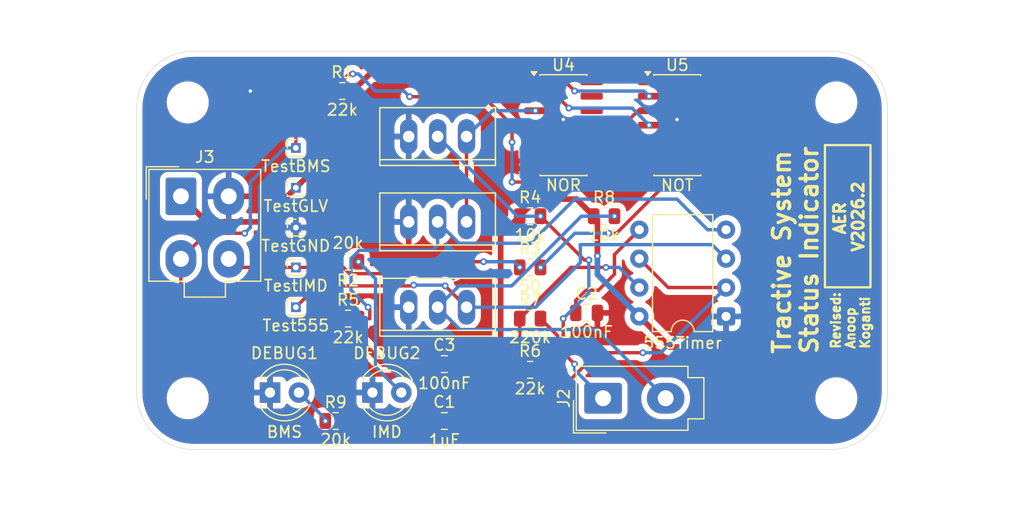
<source format=kicad_pcb>
(kicad_pcb (version 20241229) (generator "pcbnew") (generator_version "9.0")
  (layers (0 "F.Cu" signal) (2 "B.Cu" signal) (13 "F.Paste" user) (15 "B.Paste" user) (5 "F.SilkS" user "F.Silkscreen") (7 "B.SilkS" user "B.Silkscreen") (1 "F.Mask" user) (3 "B.Mask" user) (25 "Edge.Cuts" user))
  (net 0 "")
  (net 1 "BMS_FAULT")
  (net 2 "Net-(U1-THR)")
  (net 3 "Net-(U1-CV)")
  (net 4 "GLV")
  (net 5 "IMD_FAULT")
  (net 6 "Net-(J2-Pin_1)")
  (net 7 "Net-(J2-Pin_2)")
  (net 8 "Net-(DEBUG1-A)")
  (net 9 "Net-(U1-DIS)")
  (net 10 "Net-(DEBUG2-A)")
  (net 11 "GND")
  (net 12 "Net-(R3-Pad2)")
  (net 13 "Net-(U1-R)")
  (net 14 "Net-(T555-Pin_1)")
  (net 15 "Net-(Q1-PadIN)")
  (net 16 "Net-(U4-Pad1)")
  (net 17 "Net-(U4-Pad2)")
  (footprint "LED_THT:LED_D4.0mm" (layer "F.Cu") (at 58.73 49.5)
    (property "Reference" "DEBUG1" (at 1.27 -3.46 0) (layer "F.SilkS"))
    (property "Value" "BMS" (at 1.27 3.46 0) (layer "F.SilkS"))
    (fp_line (start -0.79 -1.399) (end -0.79 -1.08) (stroke (width 0.12)) (layer "F.SilkS"))
    (fp_line (start -0.79 1.08) (end -0.79 1.399) (stroke (width 0.12)) (layer "F.SilkS"))
    (fp_arc (start -0.79 -1.398749) (mid 1.45392 -2.483198) (end 3.513591 -1.08) (stroke (width 0.12)) (layer "F.SilkS"))
    (fp_arc (start -0.41333 -1.08) (mid 1.27 -2) (end 2.95333 -1.08) (stroke (width 0.12)) (layer "F.SilkS"))
    (fp_arc (start 2.95333 1.08) (mid 1.27 2) (end -0.41333 1.08) (stroke (width 0.12)) (layer "F.SilkS"))
    (fp_arc (start 3.513591 1.08) (mid 1.45392 2.483198) (end -0.79 1.398749) (stroke (width 0.12)) (layer "F.SilkS"))
    (pad "1" thru_hole rect (at 0 0) (size 1.8 1.8) (drill 0.9) (layers "*.Cu" "*.Mask") (net 11 "GND"))
    (pad "2" thru_hole circle (at 2.54 0) (size 1.8 1.8) (drill 0.9) (layers "*.Cu" "*.Mask") (net 8 "Net-(DEBUG1-A)"))
  )
  (footprint "Connector_PinHeader_1.00mm:PinHeader_1x01_P1.00mm_Vertical" (layer "F.Cu") (at 61 28)
    (property "Reference" "BMS1")
    (property "Value" "TestBMS" (at 0 1.61 0) (layer "F.SilkS"))
    (fp_line (start -0.745 -0.735) (end 0 -0.735) (stroke (width 0.12)) (layer "F.SilkS"))
    (fp_line (start -0.745 0) (end -0.745 -0.735) (stroke (width 0.12)) (layer "F.SilkS"))
    (fp_line (start -0.745 0.735) (end -0.745 0.61) (stroke (width 0.12)) (layer "F.SilkS"))
    (fp_line (start -0.745 0.735) (end -0.685565 0.735) (stroke (width 0.12)) (layer "F.SilkS"))
    (fp_line (start -0.745 0.735) (end 0.745 0.735) (stroke (width 0.12)) (layer "F.SilkS"))
    (fp_line (start 0.685565 0.735) (end 0.745 0.735) (stroke (width 0.12)) (layer "F.SilkS"))
    (fp_line (start 0.745 0.735) (end 0.745 0.61) (stroke (width 0.12)) (layer "F.SilkS"))
    (pad "1" thru_hole rect (at 0 0) (size 0.85 0.85) (drill 0.5) (layers "*.Cu" "*.Mask") (net 1 "BMS_FAULT"))
  )
  (footprint "Anteater-Electric-Racing electrical-pcbs main TSSI-2026.2_KiCad_Parts_IRLZ34N:TO-220_2_" (layer "F.Cu") (at 73.46 42 180)
    (property "Reference" "U3")
    (property "Value" "IRLZ34N")
    (fp_line (start 5.08 2.54) (end -5.08 2.54) (stroke (width 0.127)) (layer "F.SilkS"))
    (fp_line (start 5.08 -2.032) (end 5.08 2.54) (stroke (width 0.127)) (layer "F.SilkS"))
    (fp_line (start 5.08 -2.54) (end 5.08 -2.032) (stroke (width 0.127)) (layer "F.SilkS"))
    (fp_line (start -5.08 2.54) (end -5.08 -2.032) (stroke (width 0.127)) (layer "F.SilkS"))
    (fp_line (start -5.08 -2.032) (end 5.08 -2.032) (stroke (width 0.127)) (layer "F.SilkS"))
    (fp_line (start -5.08 -2.032) (end -5.08 -2.54) (stroke (width 0.127)) (layer "F.SilkS"))
    (fp_line (start -5.08 -2.54) (end 5.08 -2.54) (stroke (width 0.127)) (layer "F.SilkS"))
    (pad "GND" thru_hole oval (at 0 0 180) (size 1.524 3.048) (drill 1.016) (layers "*.Cu" "*.Mask") (net 7 "Net-(J2-Pin_2)"))
    (pad "IN" thru_hole oval (at -2.54 0 180) (size 1.524 3.048) (drill 1.016) (layers "*.Cu" "*.Mask") (net 14 "Net-(T555-Pin_1)"))
    (pad "OUT" thru_hole oval (at 2.54 0 180) (size 1.524 3.048) (drill 1.016) (layers "*.Cu" "*.Mask") (net 11 "GND"))
  )
  (footprint "Connector_Molex:Molex_Mini-Fit_Jr_5566-02A_2x01_P4.20mm_Vertical" (layer "F.Cu") (at 88 50 90)
    (property "Reference" "J2" (at 0 -3.45 90) (layer "F.SilkS"))
    (property "Value" "Conn_01x02" (hide yes))
    (fp_line (start -0.2 -2.6) (end -3.05 -2.6) (stroke (width 0.12)) (layer "F.SilkS"))
    (fp_line (start -3.05 -2.6) (end -3.05 0.25) (stroke (width 0.12)) (layer "F.SilkS"))
    (fp_line (start 2.81 -2.36) (end 2.81 7.46) (stroke (width 0.12)) (layer "F.SilkS"))
    (fp_line (start 0 -2.36) (end 2.81 -2.36) (stroke (width 0.12)) (layer "F.SilkS"))
    (fp_line (start 0 -2.36) (end -2.81 -2.36) (stroke (width 0.12)) (layer "F.SilkS"))
    (fp_line (start -2.81 -2.36) (end -2.81 7.46) (stroke (width 0.12)) (layer "F.SilkS"))
    (fp_line (start 2.81 7.46) (end 1.81 7.46) (stroke (width 0.12)) (layer "F.SilkS"))
    (fp_line (start 1.81 7.46) (end 1.81 8.86) (stroke (width 0.12)) (layer "F.SilkS"))
    (fp_line (start -1.81 7.46) (end -1.81 8.86) (stroke (width 0.12)) (layer "F.SilkS"))
    (fp_line (start -2.81 7.46) (end -1.81 7.46) (stroke (width 0.12)) (layer "F.SilkS"))
    (fp_line (start 1.81 8.86) (end 0 8.86) (stroke (width 0.12)) (layer "F.SilkS"))
    (fp_line (start -1.81 8.86) (end 0 8.86) (stroke (width 0.12)) (layer "F.SilkS"))
    (pad "1" thru_hole roundrect (at 0 0 90) (size 2.7 3.3) (drill 1.4) (layers "*.Cu" "*.Mask") (roundrect_rratio 0.092593) (net 6 "Net-(J2-Pin_1)"))
    (pad "2" thru_hole oval (at 0 5.5 90) (size 2.7 3.3) (drill 1.4) (layers "*.Cu" "*.Mask") (net 7 "Net-(J2-Pin_2)"))
  )
  (footprint "Capacitor_SMD:C_0805_2012Metric" (layer "F.Cu") (at 74.05 47)
    (property "Reference" "C3" (at 0 -1.68 0) (layer "F.SilkS"))
    (property "Value" "100nF" (at 0 1.68 0) (layer "F.SilkS"))
    (fp_line (start -0.261252 -0.735) (end 0.261252 -0.735) (stroke (width 0.12)) (layer "F.SilkS"))
    (fp_line (start -0.261252 0.735) (end 0.261252 0.735) (stroke (width 0.12)) (layer "F.SilkS"))
    (pad "1" smd roundrect (at -0.95 0) (size 1 1.45) (layers "F.Cu" "F.Mask" "F.Paste") (net 4 "GLV"))
    (pad "2" smd roundrect (at 0.95 0) (size 1 1.45) (layers "F.Cu" "F.Mask" "F.Paste") (net 11 "GND"))
  )
  (footprint "Package_DIP:DIP-8_W7.62mm" (layer "F.Cu") (at 98.805 42.81 180)
    (property "Reference" "555Timer" (at 3.81 -2.33 0) (layer "F.SilkS"))
    (property "Value" "LM555xN")
    (fp_line (start 6.46 8.95) (end 6.46 -1.33) (stroke (width 0.12)) (layer "F.SilkS"))
    (fp_line (start 6.46 -1.33) (end 4.81 -1.33) (stroke (width 0.12)) (layer "F.SilkS"))
    (fp_line (start 2.81 -1.33) (end 1.16 -1.33) (stroke (width 0.12)) (layer "F.SilkS"))
    (fp_line (start 1.16 8.95) (end 6.46 8.95) (stroke (width 0.12)) (layer "F.SilkS"))
    (fp_line (start 1.16 -1.33) (end 1.16 8.95) (stroke (width 0.12)) (layer "F.SilkS"))
    (fp_arc (start 4.81 -1.33) (mid 3.81 -0.33) (end 2.81 -1.33) (stroke (width 0.12)) (layer "F.SilkS"))
    (pad "1" thru_hole roundrect (at 0 0 180) (size 1.6 1.6) (drill 0.8) (layers "*.Cu" "*.Mask") (roundrect_rratio 0.15625) (net 11 "GND"))
    (pad "2" thru_hole circle (at 0 2.54 180) (size 1.6 1.6) (drill 0.8) (layers "*.Cu" "*.Mask") (net 2 "Net-(U1-THR)"))
    (pad "3" thru_hole circle (at 0 5.08 180) (size 1.6 1.6) (drill 0.8) (layers "*.Cu" "*.Mask") (net 14 "Net-(T555-Pin_1)"))
    (pad "4" thru_hole circle (at 0 7.62 180) (size 1.6 1.6) (drill 0.8) (layers "*.Cu" "*.Mask") (net 13 "Net-(U1-R)"))
    (pad "5" thru_hole circle (at 7.62 7.62 180) (size 1.6 1.6) (drill 0.8) (layers "*.Cu" "*.Mask") (net 3 "Net-(U1-CV)"))
    (pad "6" thru_hole circle (at 7.62 5.08 180) (size 1.6 1.6) (drill 0.8) (layers "*.Cu" "*.Mask") (net 2 "Net-(U1-THR)"))
    (pad "7" thru_hole circle (at 7.62 2.54 180) (size 1.6 1.6) (drill 0.8) (layers "*.Cu" "*.Mask") (net 9 "Net-(U1-DIS)"))
    (pad "8" thru_hole circle (at 7.62 0 180) (size 1.6 1.6) (drill 0.8) (layers "*.Cu" "*.Mask") (net 4 "GLV"))
  )
  (footprint "LED_THT:LED_D4.0mm" (layer "F.Cu") (at 67.73 49.5)
    (property "Reference" "DEBUG2" (at 1.27 -3.46 0) (layer "F.SilkS"))
    (property "Value" "IMD" (at 1.27 3.46 0) (layer "F.SilkS"))
    (fp_line (start -0.79 -1.399) (end -0.79 -1.08) (stroke (width 0.12)) (layer "F.SilkS"))
    (fp_line (start -0.79 1.08) (end -0.79 1.399) (stroke (width 0.12)) (layer "F.SilkS"))
    (fp_arc (start -0.79 -1.398749) (mid 1.45392 -2.483198) (end 3.513591 -1.08) (stroke (width 0.12)) (layer "F.SilkS"))
    (fp_arc (start -0.41333 -1.08) (mid 1.27 -2) (end 2.95333 -1.08) (stroke (width 0.12)) (layer "F.SilkS"))
    (fp_arc (start 2.95333 1.08) (mid 1.27 2) (end -0.41333 1.08) (stroke (width 0.12)) (layer "F.SilkS"))
    (fp_arc (start 3.513591 1.08) (mid 1.45392 2.483198) (end -0.79 1.398749) (stroke (width 0.12)) (layer "F.SilkS"))
    (pad "1" thru_hole rect (at 0 0) (size 1.8 1.8) (drill 0.9) (layers "*.Cu" "*.Mask") (net 11 "GND"))
    (pad "2" thru_hole circle (at 2.54 0) (size 1.8 1.8) (drill 0.9) (layers "*.Cu" "*.Mask") (net 10 "Net-(DEBUG2-A)"))
  )
  (footprint "MountingHole:MountingHole_3.2mm_M3" (layer "F.Cu") (at 108.5 24)
    (property "Reference" "H4")
    (property "Value" "MountingHole")
    (pad "" np_thru_hole circle (at 0 0) (size 3.2 3.2) (drill 3.2) (layers "*.Cu" "*.Mask"))
  )
  (footprint "Resistor_SMD:R_0805_2012Metric" (layer "F.Cu") (at 65.5875 43)
    (property "Reference" "R5" (at 0 -1.65 0) (layer "F.SilkS"))
    (property "Value" "22k" (at 0 1.65 0) (layer "F.SilkS"))
    (fp_line (start -0.227064 -0.735) (end 0.227064 -0.735) (stroke (width 0.12)) (layer "F.SilkS"))
    (fp_line (start -0.227064 0.735) (end 0.227064 0.735) (stroke (width 0.12)) (layer "F.SilkS"))
    (pad "1" smd roundrect (at -0.9125 0) (size 1.025 1.4) (layers "F.Cu" "F.Mask" "F.Paste") (roundrect_rratio 0.243902) (net 4 "GLV"))
    (pad "2" smd roundrect (at 0.9125 0) (size 1.025 1.4) (layers "F.Cu" "F.Mask" "F.Paste") (roundrect_rratio 0.243902) (net 13 "Net-(U1-R)"))
  )
  (footprint "MountingHole:MountingHole_3.2mm_M3" (layer "F.Cu") (at 51.5 50)
    (property "Reference" "H2")
    (property "Value" "MountingHole")
    (pad "" np_thru_hole circle (at 0 0) (size 3.2 3.2) (drill 3.2) (layers "*.Cu" "*.Mask"))
  )
  (footprint "MountingHole:MountingHole_3.2mm_M3" (layer "F.Cu") (at 108.5 50)
    (property "Reference" "H3")
    (property "Value" "MountingHole")
    (pad "" np_thru_hole circle (at 0 0) (size 3.2 3.2) (drill 3.2) (layers "*.Cu" "*.Mask"))
  )
  (footprint "Package_SO:SOIC-14_3.9x8.7mm_P1.27mm" (layer "F.Cu") (at 94.525 26)
    (property "Reference" "U5" (at 0 -5.28 0) (layer "F.SilkS"))
    (property "Value" "NOT" (at 0 5.28 0) (layer "F.SilkS"))
    (fp_line (start -2.06 -4.435) (end 2.06 -4.435) (stroke (width 0.12)) (layer "F.SilkS"))
    (fp_line (start -2.06 -4.37) (end -2.06 -4.435) (stroke (width 0.12)) (layer "F.SilkS"))
    (fp_line (start -2.06 4.435) (end -2.06 4.37) (stroke (width 0.12)) (layer "F.SilkS"))
    (fp_line (start 2.06 -4.435) (end 2.06 -4.37) (stroke (width 0.12)) (layer "F.SilkS"))
    (fp_line (start 2.06 4.37) (end 2.06 4.435) (stroke (width 0.12)) (layer "F.SilkS"))
    (fp_line (start 2.06 4.435) (end -2.06 4.435) (stroke (width 0.12)) (layer "F.SilkS"))
    (fp_poly (pts (xy -2.6 -4.37) (xy -2.84 -4.7) (xy -2.36 -4.7)) (stroke (width 0.12)) (fill yes) (layer "F.SilkS"))
    (pad "1" smd roundrect (at -2.475 -3.81) (size 1.95 0.6) (layers "F.Cu" "F.Mask" "F.Paste") (net 12 "Net-(R3-Pad2)"))
    (pad "2" smd roundrect (at -2.475 -2.54) (size 1.95 0.6) (layers "F.Cu" "F.Mask" "F.Paste") (net 16 "Net-(U4-Pad1)"))
    (pad "3" smd roundrect (at -2.475 -1.27) (size 1.95 0.6) (layers "F.Cu" "F.Mask" "F.Paste") (net 1 "BMS_FAULT"))
    (pad "4" smd roundrect (at -2.475 0) (size 1.95 0.6) (layers "F.Cu" "F.Mask" "F.Paste") (net 17 "Net-(U4-Pad2)"))
    (pad "5" smd roundrect (at -2.475 1.27) (size 1.95 0.6) (layers "F.Cu" "F.Mask" "F.Paste"))
    (pad "6" smd roundrect (at -2.475 2.54) (size 1.95 0.6) (layers "F.Cu" "F.Mask" "F.Paste"))
    (pad "7" smd roundrect (at -2.475 3.81) (size 1.95 0.6) (layers "F.Cu" "F.Mask" "F.Paste") (net 11 "GND"))
    (pad "8" smd roundrect (at 2.475 3.81) (size 1.95 0.6) (layers "F.Cu" "F.Mask" "F.Paste"))
    (pad "9" smd roundrect (at 2.475 2.54) (size 1.95 0.6) (layers "F.Cu" "F.Mask" "F.Paste"))
    (pad "10" smd roundrect (at 2.475 1.27) (size 1.95 0.6) (layers "F.Cu" "F.Mask" "F.Paste"))
    (pad "11" smd roundrect (at 2.475 0) (size 1.95 0.6) (layers "F.Cu" "F.Mask" "F.Paste"))
    (pad "12" smd roundrect (at 2.475 -1.27) (size 1.95 0.6) (layers "F.Cu" "F.Mask" "F.Paste"))
    (pad "13" smd roundrect (at 2.475 -2.54) (size 1.95 0.6) (layers "F.Cu" "F.Mask" "F.Paste"))
    (pad "14" smd roundrect (at 2.475 -3.81) (size 1.95 0.6) (layers "F.Cu" "F.Mask" "F.Paste") (net 4 "GLV"))
  )
  (footprint "Capacitor_SMD:C_0805_2012Metric" (layer "F.Cu") (at 74.05 52)
    (property "Reference" "C1" (at 0 -1.68 0) (layer "F.SilkS"))
    (property "Value" "1uF" (at 0 1.68 0) (layer "F.SilkS"))
    (fp_line (start -0.261252 -0.735) (end 0.261252 -0.735) (stroke (width 0.12)) (layer "F.SilkS"))
    (fp_line (start -0.261252 0.735) (end 0.261252 0.735) (stroke (width 0.12)) (layer "F.SilkS"))
    (pad "1" smd roundrect (at -0.95 0) (size 1 1.45) (layers "F.Cu" "F.Mask" "F.Paste") (net 2 "Net-(U1-THR)"))
    (pad "2" smd roundrect (at 0.95 0) (size 1 1.45) (layers "F.Cu" "F.Mask" "F.Paste") (net 11 "GND"))
  )
  (footprint "Connector_PinHeader_1.00mm:PinHeader_1x01_P1.00mm_Vertical" (layer "F.Cu") (at 61 38.5)
    (property "Reference" "IMD1")
    (property "Value" "TestIMD" (at 0 1.61 0) (layer "F.SilkS"))
    (fp_line (start -0.745 -0.735) (end 0 -0.735) (stroke (width 0.12)) (layer "F.SilkS"))
    (fp_line (start -0.745 0) (end -0.745 -0.735) (stroke (width 0.12)) (layer "F.SilkS"))
    (fp_line (start -0.745 0.735) (end -0.745 0.61) (stroke (width 0.12)) (layer "F.SilkS"))
    (fp_line (start -0.745 0.735) (end -0.685565 0.735) (stroke (width 0.12)) (layer "F.SilkS"))
    (fp_line (start -0.745 0.735) (end 0.745 0.735) (stroke (width 0.12)) (layer "F.SilkS"))
    (fp_line (start 0.685565 0.735) (end 0.745 0.735) (stroke (width 0.12)) (layer "F.SilkS"))
    (fp_line (start 0.745 0.735) (end 0.745 0.61) (stroke (width 0.12)) (layer "F.SilkS"))
    (pad "1" thru_hole rect (at 0 0) (size 0.85 0.85) (drill 0.5) (layers "*.Cu" "*.Mask") (net 5 "IMD_FAULT"))
  )
  (footprint "Package_SO:SOIC-14_3.9x8.7mm_P1.27mm" (layer "F.Cu") (at 84.525 26)
    (property "Reference" "U4" (at 0 -5.28 0) (layer "F.SilkS"))
    (property "Value" "NOR" (at 0 5.28 0) (layer "F.SilkS"))
    (fp_line (start -2.06 -4.435) (end 2.06 -4.435) (stroke (width 0.12)) (layer "F.SilkS"))
    (fp_line (start -2.06 -4.37) (end -2.06 -4.435) (stroke (width 0.12)) (layer "F.SilkS"))
    (fp_line (start -2.06 4.435) (end -2.06 4.37) (stroke (width 0.12)) (layer "F.SilkS"))
    (fp_line (start 2.06 -4.435) (end 2.06 -4.37) (stroke (width 0.12)) (layer "F.SilkS"))
    (fp_line (start 2.06 4.37) (end 2.06 4.435) (stroke (width 0.12)) (layer "F.SilkS"))
    (fp_line (start 2.06 4.435) (end -2.06 4.435) (stroke (width 0.12)) (layer "F.SilkS"))
    (fp_poly (pts (xy -2.6 -4.37) (xy -2.84 -4.7) (xy -2.36 -4.7)) (stroke (width 0.12)) (fill yes) (layer "F.SilkS"))
    (pad "1" smd roundrect (at -2.475 -3.81) (size 1.95 0.6) (layers "F.Cu" "F.Mask" "F.Paste") (net 16 "Net-(U4-Pad1)"))
    (pad "2" smd roundrect (at -2.475 -2.54) (size 1.95 0.6) (layers "F.Cu" "F.Mask" "F.Paste") (net 17 "Net-(U4-Pad2)"))
    (pad "3" smd roundrect (at -2.475 -1.27) (size 1.95 0.6) (layers "F.Cu" "F.Mask" "F.Paste") (net 15 "Net-(Q1-PadIN)"))
    (pad "4" smd roundrect (at -2.475 0) (size 1.95 0.6) (layers "F.Cu" "F.Mask" "F.Paste"))
    (pad "5" smd roundrect (at -2.475 1.27) (size 1.95 0.6) (layers "F.Cu" "F.Mask" "F.Paste"))
    (pad "6" smd roundrect (at -2.475 2.54) (size 1.95 0.6) (layers "F.Cu" "F.Mask" "F.Paste"))
    (pad "7" smd roundrect (at -2.475 3.81) (size 1.95 0.6) (layers "F.Cu" "F.Mask" "F.Paste") (net 11 "GND"))
    (pad "8" smd roundrect (at 2.475 3.81) (size 1.95 0.6) (layers "F.Cu" "F.Mask" "F.Paste"))
    (pad "9" smd roundrect (at 2.475 2.54) (size 1.95 0.6) (layers "F.Cu" "F.Mask" "F.Paste"))
    (pad "10" smd roundrect (at 2.475 1.27) (size 1.95 0.6) (layers "F.Cu" "F.Mask" "F.Paste"))
    (pad "11" smd roundrect (at 2.475 0) (size 1.95 0.6) (layers "F.Cu" "F.Mask" "F.Paste"))
    (pad "12" smd roundrect (at 2.475 -1.27) (size 1.95 0.6) (layers "F.Cu" "F.Mask" "F.Paste"))
    (pad "13" smd roundrect (at 2.475 -2.54) (size 1.95 0.6) (layers "F.Cu" "F.Mask" "F.Paste"))
    (pad "14" smd roundrect (at 2.475 -3.81) (size 1.95 0.6) (layers "F.Cu" "F.Mask" "F.Paste") (net 4 "GLV"))
  )
  (footprint "Connector_PinHeader_1.00mm:PinHeader_1x01_P1.00mm_Vertical" (layer "F.Cu") (at 61 42)
    (property "Reference" "T555")
    (property "Value" "Test555" (at 0 1.61 0) (layer "F.SilkS"))
    (fp_line (start -0.745 -0.735) (end 0 -0.735) (stroke (width 0.12)) (layer "F.SilkS"))
    (fp_line (start -0.745 0) (end -0.745 -0.735) (stroke (width 0.12)) (layer "F.SilkS"))
    (fp_line (start -0.745 0.735) (end -0.745 0.61) (stroke (width 0.12)) (layer "F.SilkS"))
    (fp_line (start -0.745 0.735) (end -0.685565 0.735) (stroke (width 0.12)) (layer "F.SilkS"))
    (fp_line (start -0.745 0.735) (end 0.745 0.735) (stroke (width 0.12)) (layer "F.SilkS"))
    (fp_line (start 0.685565 0.735) (end 0.745 0.735) (stroke (width 0.12)) (layer "F.SilkS"))
    (fp_line (start 0.745 0.735) (end 0.745 0.61) (stroke (width 0.12)) (layer "F.SilkS"))
    (pad "1" thru_hole rect (at 0 0) (size 0.85 0.85) (drill 0.5) (layers "*.Cu" "*.Mask") (net 14 "Net-(T555-Pin_1)"))
  )
  (footprint "Anteater-Electric-Racing electrical-pcbs main TSSI-2026.2_KiCad_Parts_IRLZ34N:TO-220_2_" (layer "F.Cu") (at 73.46 27 180)
    (property "Reference" "Q1")
    (property "Value" "IRLZ34N")
    (fp_line (start 5.08 2.54) (end -5.08 2.54) (stroke (width 0.127)) (layer "F.SilkS"))
    (fp_line (start 5.08 -2.032) (end 5.08 2.54) (stroke (width 0.127)) (layer "F.SilkS"))
    (fp_line (start 5.08 -2.54) (end 5.08 -2.032) (stroke (width 0.127)) (layer "F.SilkS"))
    (fp_line (start -5.08 2.54) (end -5.08 -2.032) (stroke (width 0.127)) (layer "F.SilkS"))
    (fp_line (start -5.08 -2.032) (end 5.08 -2.032) (stroke (width 0.127)) (layer "F.SilkS"))
    (fp_line (start -5.08 -2.032) (end -5.08 -2.54) (stroke (width 0.127)) (layer "F.SilkS"))
    (fp_line (start -5.08 -2.54) (end 5.08 -2.54) (stroke (width 0.127)) (layer "F.SilkS"))
    (pad "GND" thru_hole oval (at 0 0 180) (size 1.524 3.048) (drill 1.016) (layers "*.Cu" "*.Mask") (net 6 "Net-(J2-Pin_1)"))
    (pad "IN" thru_hole oval (at -2.54 0 180) (size 1.524 3.048) (drill 1.016) (layers "*.Cu" "*.Mask") (net 15 "Net-(Q1-PadIN)"))
    (pad "OUT" thru_hole oval (at 2.54 0 180) (size 1.524 3.048) (drill 1.016) (layers "*.Cu" "*.Mask") (net 11 "GND"))
  )
  (footprint "Capacitor_SMD:C_0805_2012Metric" (layer "F.Cu") (at 86.55 42.5)
    (property "Reference" "C2" (at 0 -1.68 0) (layer "F.SilkS"))
    (property "Value" "100nF" (at 0 1.68 0) (layer "F.SilkS"))
    (fp_line (start -0.261252 -0.735) (end 0.261252 -0.735) (stroke (width 0.12)) (layer "F.SilkS"))
    (fp_line (start -0.261252 0.735) (end 0.261252 0.735) (stroke (width 0.12)) (layer "F.SilkS"))
    (pad "1" smd roundrect (at -0.95 0) (size 1 1.45) (layers "F.Cu" "F.Mask" "F.Paste") (net 3 "Net-(U1-CV)"))
    (pad "2" smd roundrect (at 0.95 0) (size 1 1.45) (layers "F.Cu" "F.Mask" "F.Paste") (net 11 "GND"))
  )
  (footprint "Resistor_SMD:R_0805_2012Metric" (layer "F.Cu") (at 81.5875 34)
    (property "Reference" "R4" (at 0 -1.65 0) (layer "F.SilkS"))
    (property "Value" "10k" (at 0 1.65 0) (layer "F.SilkS"))
    (fp_line (start -0.227064 -0.735) (end 0.227064 -0.735) (stroke (width 0.12)) (layer "F.SilkS"))
    (fp_line (start -0.227064 0.735) (end 0.227064 0.735) (stroke (width 0.12)) (layer "F.SilkS"))
    (pad "1" smd roundrect (at -0.9125 0) (size 1.025 1.4) (layers "F.Cu" "F.Mask" "F.Paste") (roundrect_rratio 0.243902) (net 4 "GLV"))
    (pad "2" smd roundrect (at 0.9125 0) (size 1.025 1.4) (layers "F.Cu" "F.Mask" "F.Paste") (roundrect_rratio 0.243902) (net 6 "Net-(J2-Pin_1)"))
  )
  (footprint "Resistor_SMD:R_0805_2012Metric" (layer "F.Cu") (at 65.5875 38 180)
    (property "Reference" "R2" (at 0 -1.65 0) (layer "F.SilkS"))
    (property "Value" "20k" (at 0 1.65 0) (layer "F.SilkS"))
    (fp_line (start -0.227064 0.735) (end 0.227064 0.735) (stroke (width 0.12)) (layer "F.SilkS"))
    (fp_line (start -0.227064 -0.735) (end 0.227064 -0.735) (stroke (width 0.12)) (layer "F.SilkS"))
    (pad "1" smd roundrect (at -0.9125 0 180) (size 1.025 1.4) (layers "F.Cu" "F.Mask" "F.Paste") (roundrect_rratio 0.243902) (net 10 "Net-(DEBUG2-A)"))
    (pad "2" smd roundrect (at 0.9125 0 180) (size 1.025 1.4) (layers "F.Cu" "F.Mask" "F.Paste") (roundrect_rratio 0.243902) (net 5 "IMD_FAULT"))
  )
  (footprint "Resistor_SMD:R_0805_2012Metric" (layer "F.Cu") (at 81.5875 43)
    (property "Reference" "R7" (at 0 -1.65 0) (layer "F.SilkS"))
    (property "Value" "220k" (at 0 1.65 0) (layer "F.SilkS"))
    (fp_line (start -0.227064 -0.735) (end 0.227064 -0.735) (stroke (width 0.12)) (layer "F.SilkS"))
    (fp_line (start -0.227064 0.735) (end 0.227064 0.735) (stroke (width 0.12)) (layer "F.SilkS"))
    (pad "1" smd roundrect (at -0.9125 0) (size 1.025 1.4) (layers "F.Cu" "F.Mask" "F.Paste") (roundrect_rratio 0.243902) (net 9 "Net-(U1-DIS)"))
    (pad "2" smd roundrect (at 0.9125 0) (size 1.025 1.4) (layers "F.Cu" "F.Mask" "F.Paste") (roundrect_rratio 0.243902) (net 2 "Net-(U1-THR)"))
  )
  (footprint "Connector_Molex:Molex_Mini-Fit_Jr_5566-04A_2x02_P4.20mm_Vertical" (layer "F.Cu") (at 50.9 32.25)
    (property "Reference" "J3" (at 2.1 -3.45 0) (layer "F.SilkS"))
    (property "Value" "Conn_02x02")
    (fp_line (start -3.05 -2.6) (end -3.05 0.25) (stroke (width 0.12)) (layer "F.SilkS"))
    (fp_line (start -2.81 -2.36) (end -2.81 7.46) (stroke (width 0.12)) (layer "F.SilkS"))
    (fp_line (start -2.81 7.46) (end 0.29 7.46) (stroke (width 0.12)) (layer "F.SilkS"))
    (fp_line (start -0.2 -2.6) (end -3.05 -2.6) (stroke (width 0.12)) (layer "F.SilkS"))
    (fp_line (start 0.29 7.46) (end 0.29 8.86) (stroke (width 0.12)) (layer "F.SilkS"))
    (fp_line (start 0.29 8.86) (end 2.1 8.86) (stroke (width 0.12)) (layer "F.SilkS"))
    (fp_line (start 2.1 -2.36) (end -2.81 -2.36) (stroke (width 0.12)) (layer "F.SilkS"))
    (fp_line (start 2.1 -2.36) (end 7.01 -2.36) (stroke (width 0.12)) (layer "F.SilkS"))
    (fp_line (start 3.91 7.46) (end 3.91 8.86) (stroke (width 0.12)) (layer "F.SilkS"))
    (fp_line (start 3.91 8.86) (end 2.1 8.86) (stroke (width 0.12)) (layer "F.SilkS"))
    (fp_line (start 7.01 -2.36) (end 7.01 7.46) (stroke (width 0.12)) (layer "F.SilkS"))
    (fp_line (start 7.01 7.46) (end 3.91 7.46) (stroke (width 0.12)) (layer "F.SilkS"))
    (pad "1" thru_hole roundrect (at 0 0) (size 2.7 3.3) (drill 1.4) (layers "*.Cu" "*.Mask") (roundrect_rratio 0.092593) (net 4 "GLV"))
    (pad "2" thru_hole oval (at 4.2 0) (size 2.7 3.3) (drill 1.4) (layers "*.Cu" "*.Mask") (net 11 "GND"))
    (pad "3" thru_hole oval (at 0 5.5) (size 2.7 3.3) (drill 1.4) (layers "*.Cu" "*.Mask") (net 1 "BMS_FAULT"))
    (pad "4" thru_hole oval (at 4.2 5.5) (size 2.7 3.3) (drill 1.4) (layers "*.Cu" "*.Mask") (net 5 "IMD_FAULT"))
  )
  (footprint "Anteater-Electric-Racing electrical-pcbs main TSSI-2026.2_KiCad_Parts_IRLZ34N:TO-220_2_" (layer "F.Cu") (at 73.46 34.5 180)
    (property "Reference" "U2")
    (property "Value" "IRLZ34N")
    (fp_line (start 5.08 2.54) (end -5.08 2.54) (stroke (width 0.127)) (layer "F.SilkS"))
    (fp_line (start 5.08 -2.032) (end 5.08 2.54) (stroke (width 0.127)) (layer "F.SilkS"))
    (fp_line (start 5.08 -2.54) (end 5.08 -2.032) (stroke (width 0.127)) (layer "F.SilkS"))
    (fp_line (start -5.08 2.54) (end -5.08 -2.032) (stroke (width 0.127)) (layer "F.SilkS"))
    (fp_line (start -5.08 -2.032) (end 5.08 -2.032) (stroke (width 0.127)) (layer "F.SilkS"))
    (fp_line (start -5.08 -2.032) (end -5.08 -2.54) (stroke (width 0.127)) (layer "F.SilkS"))
    (fp_line (start -5.08 -2.54) (end 5.08 -2.54) (stroke (width 0.127)) (layer "F.SilkS"))
    (pad "GND" thru_hole oval (at 0 0 180) (size 1.524 3.048) (drill 1.016) (layers "*.Cu" "*.Mask") (net 13 "Net-(U1-R)"))
    (pad "IN" thru_hole oval (at -2.54 0 180) (size 1.524 3.048) (drill 1.016) (layers "*.Cu" "*.Mask") (net 15 "Net-(Q1-PadIN)"))
    (pad "OUT" thru_hole oval (at 2.54 0 180) (size 1.524 3.048) (drill 1.016) (layers "*.Cu" "*.Mask") (net 11 "GND"))
  )
  (footprint "Resistor_SMD:R_0805_2012Metric" (layer "F.Cu") (at 65.0875 23)
    (property "Reference" "R1" (at 0 -1.65 0) (layer "F.SilkS"))
    (property "Value" "22k" (at 0 1.65 0) (layer "F.SilkS"))
    (fp_line (start -0.227064 -0.735) (end 0.227064 -0.735) (stroke (width 0.12)) (layer "F.SilkS"))
    (fp_line (start -0.227064 0.735) (end 0.227064 0.735) (stroke (width 0.12)) (layer "F.SilkS"))
    (pad "1" smd roundrect (at -0.9125 0) (size 1.025 1.4) (layers "F.Cu" "F.Mask" "F.Paste") (roundrect_rratio 0.243902) (net 1 "BMS_FAULT"))
    (pad "2" smd roundrect (at 0.9125 0) (size 1.025 1.4) (layers "F.Cu" "F.Mask" "F.Paste") (roundrect_rratio 0.243902) (net 4 "GLV"))
  )
  (footprint "Resistor_SMD:R_0805_2012Metric" (layer "F.Cu") (at 88.0875 34)
    (property "Reference" "R8" (at 0 -1.65 0) (layer "F.SilkS"))
    (property "Value" "10k" (at 0 1.65 0) (layer "F.SilkS"))
    (fp_line (start -0.227064 -0.735) (end 0.227064 -0.735) (stroke (width 0.12)) (layer "F.SilkS"))
    (fp_line (start -0.227064 0.735) (end 0.227064 0.735) (stroke (width 0.12)) (layer "F.SilkS"))
    (pad "1" smd roundrect (at -0.9125 0) (size 1.025 1.4) (layers "F.Cu" "F.Mask" "F.Paste") (roundrect_rratio 0.243902) (net 4 "GLV"))
    (pad "2" smd roundrect (at 0.9125 0) (size 1.025 1.4) (layers "F.Cu" "F.Mask" "F.Paste") (roundrect_rratio 0.243902) (net 7 "Net-(J2-Pin_2)"))
  )
  (footprint "Resistor_SMD:R_0805_2012Metric" (layer "F.Cu") (at 81.5875 47.5)
    (property "Reference" "R6" (at 0 -1.65 0) (layer "F.SilkS"))
    (property "Value" "22k" (at 0 1.65 0) (layer "F.SilkS"))
    (fp_line (start -0.227064 -0.735) (end 0.227064 -0.735) (stroke (width 0.12)) (layer "F.SilkS"))
    (fp_line (start -0.227064 0.735) (end 0.227064 0.735) (stroke (width 0.12)) (layer "F.SilkS"))
    (pad "1" smd roundrect (at -0.9125 0) (size 1.025 1.4) (layers "F.Cu" "F.Mask" "F.Paste") (roundrect_rratio 0.243902) (net 4 "GLV"))
    (pad "2" smd roundrect (at 0.9125 0) (size 1.025 1.4) (layers "F.Cu" "F.Mask" "F.Paste") (roundrect_rratio 0.243902) (net 9 "Net-(U1-DIS)"))
  )
  (footprint "Resistor_SMD:R_0805_2012Metric" (layer "F.Cu") (at 81.5875 38.5)
    (property "Reference" "R3" (at 0 -1.65 0) (layer "F.SilkS"))
    (property "Value" "50" (at 0 1.65 0) (layer "F.SilkS"))
    (fp_line (start -0.227064 -0.735) (end 0.227064 -0.735) (stroke (width 0.12)) (layer "F.SilkS"))
    (fp_line (start -0.227064 0.735) (end 0.227064 0.735) (stroke (width 0.12)) (layer "F.SilkS"))
    (pad "1" smd roundrect (at -0.9125 0) (size 1.025 1.4) (layers "F.Cu" "F.Mask" "F.Paste") (roundrect_rratio 0.243902) (net 5 "IMD_FAULT"))
    (pad "2" smd roundrect (at 0.9125 0) (size 1.025 1.4) (layers "F.Cu" "F.Mask" "F.Paste") (roundrect_rratio 0.243902) (net 12 "Net-(R3-Pad2)"))
  )
  (footprint "MountingHole:MountingHole_3.2mm_M3" (layer "F.Cu") (at 51.5 24)
    (property "Reference" "H1")
    (property "Value" "MountingHole")
    (pad "" np_thru_hole circle (at 0 0) (size 3.2 3.2) (drill 3.2) (layers "*.Cu" "*.Mask"))
  )
  (footprint "Resistor_SMD:R_0805_2012Metric" (layer "F.Cu") (at 64.5 52)
    (property "Reference" "R9" (at 0 -1.65 0) (layer "F.SilkS"))
    (property "Value" "20k" (at 0 1.65 0) (layer "F.SilkS"))
    (fp_line (start -0.227064 -0.735) (end 0.227064 -0.735) (stroke (width 0.12)) (layer "F.SilkS"))
    (fp_line (start -0.227064 0.735) (end 0.227064 0.735) (stroke (width 0.12)) (layer "F.SilkS"))
    (pad "1" smd roundrect (at -0.9125 0) (size 1.025 1.4) (layers "F.Cu" "F.Mask" "F.Paste") (roundrect_rratio 0.243902) (net 8 "Net-(DEBUG1-A)"))
    (pad "2" smd roundrect (at 0.9125 0) (size 1.025 1.4) (layers "F.Cu" "F.Mask" "F.Paste") (roundrect_rratio 0.243902) (net 1 "BMS_FAULT"))
  )
  (footprint "Connector_PinHeader_1.00mm:PinHeader_1x01_P1.00mm_Vertical" (layer "F.Cu") (at 61 31.5)
    (property "Reference" "GLV1")
    (property "Value" "TestGLV" (at 0 1.61 0) (layer "F.SilkS"))
    (fp_line (start -0.745 -0.735) (end 0 -0.735) (stroke (width 0.12)) (layer "F.SilkS"))
    (fp_line (start -0.745 0) (end -0.745 -0.735) (stroke (width 0.12)) (layer "F.SilkS"))
    (fp_line (start -0.745 0.735) (end -0.745 0.61) (stroke (width 0.12)) (layer "F.SilkS"))
    (fp_line (start -0.745 0.735) (end -0.685565 0.735) (stroke (width 0.12)) (layer "F.SilkS"))
    (fp_line (start -0.745 0.735) (end 0.745 0.735) (stroke (width 0.12)) (layer "F.SilkS"))
    (fp_line (start 0.685565 0.735) (end 0.745 0.735) (stroke (width 0.12)) (layer "F.SilkS"))
    (fp_line (start 0.745 0.735) (end 0.745 0.61) (stroke (width 0.12)) (layer "F.SilkS"))
    (pad "1" thru_hole rect (at 0 0) (size 0.85 0.85) (drill 0.5) (layers "*.Cu" "*.Mask") (net 4 "GLV"))
  )
  (footprint "Connector_PinHeader_1.00mm:PinHeader_1x01_P1.00mm_Vertical" (layer "F.Cu") (at 61 35)
    (property "Reference" "GND1")
    (property "Value" "TestGND" (at 0 1.61 0) (layer "F.SilkS"))
    (fp_line (start -0.745 -0.735) (end 0 -0.735) (stroke (width 0.12)) (layer "F.SilkS"))
    (fp_line (start -0.745 0) (end -0.745 -0.735) (stroke (width 0.12)) (layer "F.SilkS"))
    (fp_line (start -0.745 0.735) (end -0.745 0.61) (stroke (width 0.12)) (layer "F.SilkS"))
    (fp_line (start -0.745 0.735) (end -0.685565 0.735) (stroke (width 0.12)) (layer "F.SilkS"))
    (fp_line (start -0.745 0.735) (end 0.745 0.735) (stroke (width 0.12)) (layer "F.SilkS"))
    (fp_line (start 0.685565 0.735) (end 0.745 0.735) (stroke (width 0.12)) (layer "F.SilkS"))
    (fp_line (start 0.745 0.735) (end 0.745 0.61) (stroke (width 0.12)) (layer "F.SilkS"))
    (pad "1" thru_hole rect (at 0 0) (size 0.85 0.85) (drill 0.5) (layers "*.Cu" "*.Mask") (net 11 "GND"))
  )
  (gr_rect (start 107.5 27.75) (end 111.5 40.25) (stroke (width 0.2)) (fill no) (layer "F.SilkS"))
  (gr_line (start 52.017767 19.5) (end 107.982233 19.5) (stroke (width 0.05)) (layer "Edge.Cuts"))
  (gr_arc (start 112.982233 49.5) (mid 111.517766 53.035533) (end 107.982233 54.5) (stroke (width 0.05)) (layer "Edge.Cuts"))
  (gr_arc (start 107.982233 19.5) (mid 111.517733 20.96448) (end 112.982233 24.5) (stroke (width 0.05)) (layer "Edge.Cuts"))
  (gr_line (start 112.982233 24.5) (end 112.982233 49.5) (stroke (width 0.05)) (layer "Edge.Cuts"))
  (gr_arc (start 52.017767 54.5) (mid 48.482233 53.035534) (end 47.017767 49.5) (stroke (width 0.05)) (layer "Edge.Cuts"))
  (gr_line (start 47.017767 34.5) (end 47.017767 24.5) (stroke (width 0.05)) (layer "Edge.Cuts"))
  (gr_line (start 47.017767 34.5) (end 47.017767 49.5) (stroke (width 0.05)) (layer "Edge.Cuts"))
  (gr_arc (start 47.017767 24.5) (mid 48.482233 20.964466) (end 52.017767 19.5) (stroke (width 0.05)) (layer "Edge.Cuts"))
  (gr_line (start 52.017767 54.5) (end 107.982233 54.5) (stroke (width 0.05)) (layer "Edge.Cuts"))
  (gr_text "Revised:\nAnoop\nKoganti" (at 111.5 45.75 90) (layer "F.SilkS") (effects (font (size 0.8 0.8) (thickness 0.2) (bold yes)) (justify left bottom)))
  (gr_text "  AER\nV2026.2" (at 111 37.25 90) (layer "F.SilkS") (effects (font (size 1 1) (thickness 0.25) (bold yes)) (justify left bottom)))
  (gr_text "Tractive System\nStatus Indicator" (at 107 46.25 90) (layer "F.SilkS") (effects (font (size 1.5 1.5) (thickness 0.3) (bold yes)) (justify left bottom)))
  (segment (start 89 31) (end 89 26.805001) (width 0.3) (layer "F.Cu") (net 1))
  (segment (start 65.675 21.5) (end 66 21.5) (width 0.3) (layer "F.Cu") (net 1))
  (segment (start 50.9 37.75) (end 53.15 35.5) (width 0.3) (layer "F.Cu") (net 1))
  (segment (start 91.075001 24.73) (end 92.05 24.73) (width 0.3) (layer "F.Cu") (net 1))
  (segment (start 77.5 23.5) (end 80 26) (width 0.3) (layer "F.Cu") (net 1))
  (segment (start 59.749 53) (end 59.8 53.051) (width 0.3) (layer "F.Cu") (net 1))
  (segment (start 80 26) (end 80 27.5) (width 0.3) (layer "F.Cu") (net 1))
  (segment (start 89 26.805001) (end 91.075001 24.73) (width 0.3) (layer "F.Cu") (net 1))
  (segment (start 50.9 37.75) (end 50.9 44.151) (width 0.3) (layer "F.Cu") (net 1))
  (segment (start 64.3615 53.051) (end 65.4125 52) (width 0.3) (layer "F.Cu") (net 1))
  (segment (start 61 26.175) (end 64.175 23) (width 0.3) (layer "F.Cu") (net 1))
  (segment (start 56.5 49.751) (end 56.5 53) (width 0.3) (layer "F.Cu") (net 1))
  (segment (start 59.8 53.051) (end 64.3615 53.051) (width 0.3) (layer "F.Cu") (net 1))
  (segment (start 56.5 53) (end 59.749 53) (width 0.3) (layer "F.Cu") (net 1))
  (segment (start 50.9 44.151) (end 56.5 49.751) (width 0.3) (layer "F.Cu") (net 1))
  (segment (start 80 31) (end 89 31) (width 0.3) (layer "F.Cu") (net 1))
  (segment (start 53.15 35.5) (end 56.5 35.5) (width 0.3) (layer "F.Cu") (net 1))
  (segment (start 64.175 23) (end 65.675 21.5) (width 0.3) (layer "F.Cu") (net 1))
  (segment (start 61 28) (end 61 26.175) (width 0.3) (layer "F.Cu") (net 1))
  (segment (start 71 23.5) (end 77.5 23.5) (width 0.3) (layer "F.Cu") (net 1))
  (via (at 56.5 35.5) (size 0.6) (drill 0.3) (layers "F.Cu" "B.Cu") (net 1))
  (via (at 80 27.5) (size 0.6) (drill 0.3) (layers "F.Cu" "B.Cu") (net 1))
  (via (at 66 21.5) (size 0.6) (drill 0.3) (layers "F.Cu" "B.Cu") (net 1))
  (via (at 71 23.5) (size 0.6) (drill 0.3) (layers "F.Cu" "B.Cu") (net 1))
  (via (at 80 31) (size 0.6) (drill 0.3) (layers "F.Cu" "B.Cu") (net 1))
  (segment (start 66.5 21.5) (end 68 23) (width 0.3) (layer "B.Cu") (net 1))
  (segment (start 68 23) (end 70.5 23) (width 0.3) (layer "B.Cu") (net 1))
  (segment (start 66 21.5) (end 66.5 21.5) (width 0.3) (layer "B.Cu") (net 1))
  (segment (start 70.5 23) (end 71 23.5) (width 0.3) (layer "B.Cu") (net 1))
  (segment (start 57 35) (end 57 31) (width 0.3) (layer "B.Cu") (net 1))
  (segment (start 57 31) (end 60 28) (width 0.3) (layer "B.Cu") (net 1))
  (segment (start 80 27.5) (end 80 31) (width 0.3) (layer "B.Cu") (net 1))
  (segment (start 60 28) (end 61 28) (width 0.3) (layer "B.Cu") (net 1))
  (segment (start 56.5 35.5) (end 57 35) (width 0.3) (layer "B.Cu") (net 1))
  (segment (start 87.5 46) (end 91.5 46) (width 0.3) (layer "F.Cu") (net 2))
  (segment (start 98.805 40.27) (end 93.725 40.27) (width 0.3) (layer "F.Cu") (net 2))
  (segment (start 73.1 52) (end 75.6 49.5) (width 0.3) (layer "F.Cu") (net 2))
  (segment (start 84 44.5) (end 82.5 43) (width 0.3) (layer "F.Cu") (net 2))
  (segment (start 84 49.5) (end 87.5 46) (width 0.3) (layer "F.Cu") (net 2))
  (segment (start 84 49.5) (end 84 44.5) (width 0.3) (layer "F.Cu") (net 2))
  (segment (start 75.6 49.5) (end 84 49.5) (width 0.3) (layer "F.Cu") (net 2))
  (segment (start 93.725 40.27) (end 91.185 37.73) (width 0.3) (layer "F.Cu") (net 2))
  (via (at 91.5 46) (size 0.6) (drill 0.3) (layers "F.Cu" "B.Cu") (net 2))
  (segment (start 93.075 46) (end 98.805 40.27) (width 0.3) (layer "B.Cu") (net 2))
  (segment (start 91.5 46) (end 93.075 46) (width 0.3) (layer "B.Cu") (net 2))
  (segment (start 86.5 40.5) (end 87.6 40.5) (width 0.3) (layer "F.Cu") (net 3))
  (segment (start 89 37.375) (end 91.185 35.19) (width 0.3) (layer "F.Cu") (net 3))
  (segment (start 89 39.1) (end 89 37.375) (width 0.3) (layer "F.Cu") (net 3))
  (segment (start 85.6 42.5) (end 85.6 41.4) (width 0.3) (layer "F.Cu") (net 3))
  (segment (start 85.6 41.4) (end 86.5 40.5) (width 0.3) (layer "F.Cu") (net 3))
  (segment (start 87.6 40.5) (end 89 39.1) (width 0.3) (layer "F.Cu") (net 3))
  (segment (start 101 25.215001) (end 101 45.5) (width 0.5) (layer "F.Cu") (net 4))
  (segment (start 101 45.5) (end 93.875 45.5) (width 0.5) (layer "F.Cu") (net 4))
  (segment (start 86.249 21.439) (end 87 22.19) (width 0.5) (layer "F.Cu") (net 4))
  (segment (start 95.81 21) (end 97 22.19) (width 0.5) (layer "F.Cu") (net 4))
  (segment (start 79 35.675) (end 79 45.825) (width 0.5) (layer "F.Cu") (net 4))
  (segment (start 66 26.5) (end 66 23) (width 0.5) (layer "F.Cu") (net 4))
  (segment (start 67.561 21.439) (end 86.249 21.439) (width 0.5) (layer "F.Cu") (net 4))
  (segment (start 87.5 37.5) (end 87.5 34.325) (width 0.5) (layer "F.Cu") (net 4))
  (segment (start 50.9 32.25) (end 53.15 34.5) (width 0.5) (layer "F.Cu") (net 4))
  (segment (start 73.1 47) (end 68.675 47) (width 0.5) (layer "F.Cu") (net 4))
  (segment (start 66 23) (end 67.561 21.439) (width 0.5) (layer "F.Cu") (net 4))
  (segment (start 97 22.19) (end 97.974999 22.19) (width 0.5) (layer "F.Cu") (net 4))
  (segment (start 87 22.19) (end 88.19 21) (width 0.5) (layer "F.Cu") (net 4))
  (segment (start 74.275 45.825) (end 73.1 47) (width 0.5) (layer "F.Cu") (net 4))
  (segment (start 87.175 34) (end 85.675 32.5) (width 0.5) (layer "F.Cu") (net 4))
  (segment (start 61 31.5) (end 66 26.5) (width 0.5) (layer "F.Cu") (net 4))
  (segment (start 79 45.825) (end 80.675 47.5) (width 0.5) (layer "F.Cu") (net 4))
  (segment (start 53.15 34.5) (end 58 34.5) (width 0.5) (layer "F.Cu") (net 4))
  (segment (start 58 34.5) (end 61 31.5) (width 0.5) (layer "F.Cu") (net 4))
  (segment (start 80.675 34) (end 79 35.675) (width 0.5) (layer "F.Cu") (net 4))
  (segment (start 88.19 21) (end 95.81 21) (width 0.5) (layer "F.Cu") (net 4))
  (segment (start 93.875 45.5) (end 91.185 42.81) (width 0.5) (layer "F.Cu") (net 4))
  (segment (start 82.175 32.5) (end 80.675 34) (width 0.5) (layer "F.Cu") (net 4))
  (segment (start 68.675 47) (end 64.675 43) (width 0.5) (layer "F.Cu") (net 4))
  (segment (start 79 45.825) (end 74.275 45.825) (width 0.5) (layer "F.Cu") (net 4))
  (segment (start 85.675 32.5) (end 82.175 32.5) (width 0.5) (layer "F.Cu") (net 4))
  (segment (start 97.974999 22.19) (end 101 25.215001) (width 0.5) (layer "F.Cu") (net 4))
  (segment (start 87.5 34.325) (end 87.175 34) (width 0.5) (layer "F.Cu") (net 4))
  (via (at 87.5 37.5) (size 0.6) (drill 0.3) (layers "F.Cu" "B.Cu") (net 4))
  (segment (start 91.185 42.81) (end 87.5 39.125) (width 0.5) (layer "B.Cu") (net 4))
  (segment (start 87.5 39.125) (end 87.5 37.5) (width 0.5) (layer "B.Cu") (net 4))
  (segment (start 76 38) (end 77.5 38) (width 0.3) (layer "F.Cu") (net 5))
  (segment (start 74.949 39.051) (end 76 38) (width 0.3) (layer "F.Cu") (net 5))
  (segment (start 65.726 39.051) (end 74.949 39.051) (width 0.3) (layer "F.Cu") (net 5))
  (segment (start 64.675 38) (end 65.726 39.051) (width 0.3) (layer "F.Cu") (net 5))
  (segment (start 61 38.5) (end 62 38.5) (width 0.3) (layer "F.Cu") (net 5))
  (segment (start 61 38.5) (end 55.85 38.5) (width 0.3) (layer "F.Cu") (net 5))
  (segment (start 62.5 38) (end 64.675 38) (width 0.3) (layer "F.Cu") (net 5))
  (segment (start 62 38.5) (end 62.5 38) (width 0.3) (layer "F.Cu") (net 5))
  (segment (start 55.85 38.5) (end 55.1 37.75) (width 0.3) (layer "F.Cu") (net 5))
  (via (at 77.5 38) (size 0.6) (drill 0.3) (layers "F.Cu" "B.Cu") (net 5))
  (via (at 80.675 38.5) (size 0.6) (drill 0.3) (layers "F.Cu" "B.Cu") (net 5))
  (segment (start 77.5 38) (end 80.175 38) (width 0.3) (layer "B.Cu") (net 5))
  (segment (start 80.175 38) (end 80.675 38.5) (width 0.3) (layer "B.Cu") (net 5))
  (segment (start 86.35 37.85) (end 86.75 37.85) (width 0.3) (layer "F.Cu") (net 6))
  (segment (start 82.5 34) (end 86.35 37.85) (width 0.3) (layer "F.Cu") (net 6))
  (segment (start 84.5 46) (end 85.5 47) (width 0.3) (layer "F.Cu") (net 6))
  (segment (start 84.5 43) (end 84.5 46) (width 0.3) (layer "F.Cu") (net 6))
  (via (at 82.5 34) (size 0.6) (drill 0.3) (layers "F.Cu" "B.Cu") (net 6))
  (via (at 84.5 43) (size 0.6) (drill 0.3) (layers "F.Cu" "B.Cu") (net 6))
  (via (at 85.5 47) (size 0.6) (drill 0.3) (layers "F.Cu" "B.Cu") (net 6))
  (via (at 86.75 37.85) (size 0.6) (drill 0.3) (layers "F.Cu" "B.Cu") (net 6))
  (segment (start 86.75 40.75) (end 84.5 43) (width 0.3) (layer "B.Cu") (net 6))
  (segment (start 86.75 37.85) (end 86.75 40.75) (width 0.3) (layer "B.Cu") (net 6))
  (segment (start 85.5 47) (end 85.5 47.5) (width 0.3) (layer "B.Cu") (net 6))
  (segment (start 85.5 47.5) (end 88 50) (width 0.3) (layer "B.Cu") (net 6))
  (segment (start 80.46 34) (end 82.5 34) (width 0.3) (layer "B.Cu") (net 6))
  (segment (start 73.46 27) (end 80.46 34) (width 0.3) (layer "B.Cu") (net 6))
  (via (at 89 34) (size 0.6) (drill 0.3) (layers "F.Cu" "B.Cu") (net 7))
  (segment (start 79.970654 40.125) (end 86.095654 34) (width 0.3) (layer "B.Cu") (net 7))
  (segment (start 73.46 42) (end 75.421 43.961) (width 0.3) (layer "B.Cu") (net 7))
  (segment (start 75.335 40.125) (end 79.970654 40.125) (width 0.3) (layer "B.Cu") (net 7))
  (segment (start 87.461 43.961) (end 93.5 50) (width 0.3) (layer "B.Cu") (net 7))
  (segment (start 86.095654 34) (end 89 34) (width 0.3) (layer "B.Cu") (net 7))
  (segment (start 73.46 42) (end 75.335 40.125) (width 0.3) (layer "B.Cu") (net 7))
  (segment (start 75.421 43.961) (end 87.461 43.961) (width 0.3) (layer "B.Cu") (net 7))
  (via (at 63.5875 52) (size 0.6) (drill 0.3) (layers "F.Cu" "B.Cu") (net 8))
  (segment (start 61.27 49.5) (end 63.5875 51.8175) (width 0.3) (layer "B.Cu") (net 8))
  (segment (start 63.5875 51.8175) (end 63.5875 52) (width 0.3) (layer "B.Cu") (net 8))
  (segment (start 82.5 47.5) (end 82.5 47) (width 0.3) (layer "F.Cu") (net 9))
  (segment (start 80.675 43) (end 85.175 38.5) (width 0.3) (layer "F.Cu") (net 9))
  (segment (start 80.675 45.175) (end 80.675 43) (width 0.3) (layer "F.Cu") (net 9))
  (segment (start 85.175 38.5) (end 88.25 38.5) (width 0.3) (layer "F.Cu") (net 9))
  (segment (start 82.5 47) (end 80.675 45.175) (width 0.3) (layer "F.Cu") (net 9))
  (via (at 88.25 38.5) (size 0.6) (drill 0.3) (layers "F.Cu" "B.Cu") (net 9))
  (segment (start 88.25 38.5) (end 89.415 38.5) (width 0.3) (layer "B.Cu") (net 9))
  (segment (start 89.415 38.5) (end 91.185 40.27) (width 0.3) (layer "B.Cu") (net 9))
  (via (at 66.5 38) (size 0.6) (drill 0.3) (layers "F.Cu" "B.Cu") (net 10))
  (segment (start 68 39.5) (end 66.5 38) (width 0.3) (layer "B.Cu") (net 10))
  (segment (start 70.27 49.5) (end 68 47.23) (width 0.3) (layer "B.Cu") (net 10))
  (segment (start 68 47.23) (end 68 39.5) (width 0.3) (layer "B.Cu") (net 10))
  (via (at 94.5 25.5) (size 0.6) (drill 0.3) (layers "F.Cu" "B.Cu") (net 11))
  (via (at 57 23) (size 0.6) (drill 0.3) (layers "F.Cu" "B.Cu") (net 11))
  (via (at 84.5 25.5) (size 0.6) (drill 0.3) (layers "F.Cu" "B.Cu") (net 11))
  (segment (start 93.340347 31.340347) (end 89.180695 35.5) (width 0.3) (layer "F.Cu") (net 12))
  (segment (start 93.024999 22.19) (end 95.151 24.316001) (width 0.3) (layer "F.Cu") (net 12))
  (segment (start 89.180695 35.5) (end 88.5 35.5) (width 0.3) (layer "F.Cu") (net 12))
  (segment (start 95.151 24.316001) (end 95.151 29.529695) (width 0.3) (layer "F.Cu") (net 12))
  (segment (start 95.151 29.529695) (end 93.340347 31.340347) (width 0.3) (layer "F.Cu") (net 12))
  (segment (start 92.05 22.19) (end 93.024999 22.19) (width 0.3) (layer "F.Cu") (net 12))
  (via (at 82.507447 38.507447) (size 0.6) (drill 0.3) (layers "F.Cu" "B.Cu") (net 12))
  (via (at 88.5 35.5) (size 0.6) (drill 0.3) (layers "F.Cu" "B.Cu") (net 12))
  (segment (start 85.514894 35.5) (end 82.507447 38.507447) (width 0.3) (layer "B.Cu") (net 12))
  (segment (start 88.5 35.5) (end 85.514894 35.5) (width 0.3) (layer "B.Cu") (net 12))
  (segment (start 67.5 43) (end 66.5 43) (width 0.3) (layer "F.Cu") (net 13))
  (segment (start 67.5 43) (end 67.5 42.15) (width 0.3) (layer "F.Cu") (net 13))
  (segment (start 67.5 42.15) (end 67.35 42) (width 0.3) (layer "F.Cu") (net 13))
  (via (at 67.35 42) (size 0.6) (drill 0.3) (layers "F.Cu" "B.Cu") (net 13))
  (segment (start 94.5 32.5) (end 97.19 35.19) (width 0.3) (layer "B.Cu") (net 13))
  (segment (start 81.625 36.375) (end 85.5 32.5) (width 0.3) (layer "B.Cu") (net 13))
  (segment (start 97.19 35.19) (end 98.805 35.19) (width 0.3) (layer "B.Cu") (net 13))
  (segment (start 65.849 37.730346) (end 66.579346 37) (width 0.3) (layer "B.Cu") (net 13))
  (segment (start 67.35 42) (end 65.849 40.499) (width 0.3) (layer "B.Cu") (net 13))
  (segment (start 66.579346 37) (end 73 37) (width 0.3) (layer "B.Cu") (net 13))
  (segment (start 85.5 32.5) (end 94.5 32.5) (width 0.3) (layer "B.Cu") (net 13))
  (segment (start 73.46 36.54) (end 73.46 34.5) (width 0.3) (layer "B.Cu") (net 13))
  (segment (start 73 37) (end 73.46 36.54) (width 0.3) (layer "B.Cu") (net 13))
  (segment (start 75.335 36.375) (end 81.625 36.375) (width 0.3) (layer "B.Cu") (net 13))
  (segment (start 65.849 40.499) (end 65.849 37.730346) (width 0.3) (layer "B.Cu") (net 13))
  (segment (start 73.46 34.5) (end 75.335 36.375) (width 0.3) (layer "B.Cu") (net 13))
  (segment (start 71.294239 40.125) (end 71.362949 40.05629) (width 0.3) (layer "F.Cu") (net 14))
  (segment (start 62.875 40.125) (end 71.294239 40.125) (width 0.3) (layer "F.Cu") (net 14))
  (segment (start 74.125 40.125) (end 76 42) (width 0.3) (layer "F.Cu") (net 14))
  (segment (start 61 42) (end 62.875 40.125) (width 0.3) (layer "F.Cu") (net 14))
  (via (at 74.125 40.125) (size 0.6) (drill 0.3) (layers "F.Cu" "B.Cu") (net 14))
  (via (at 71.362949 40.05629) (size 0.6) (drill 0.3) (layers "F.Cu" "B.Cu") (net 14))
  (segment (start 71.362949 40.05629) (end 74.05629 40.05629) (width 0.3) (layer "B.Cu") (net 14))
  (segment (start 86 38.079346) (end 86 36.5) (width 0.3) (layer "B.Cu") (net 14))
  (segment (start 74.05629 40.05629) (end 74.125 40.125) (width 0.3) (layer "B.Cu") (net 14))
  (segment (start 82.079346 42) (end 86 38.079346) (width 0.3) (layer "B.Cu") (net 14))
  (segment (start 97.575 36.5) (end 98.805 37.73) (width 0.3) (layer "B.Cu") (net 14))
  (segment (start 86 36.5) (end 97.575 36.5) (width 0.3) (layer "B.Cu") (net 14))
  (segment (start 76 42) (end 82.079346 42) (width 0.3) (layer "B.Cu") (net 14))
  (segment (start 76 27) (end 76 34.5) (width 0.3) (layer "F.Cu") (net 15))
  (via (at 82.05 24.73) (size 0.6) (drill 0.3) (layers "F.Cu" "B.Cu") (net 15))
  (segment (start 78.27 24.73) (end 82.05 24.73) (width 0.3) (layer "B.Cu") (net 15))
  (segment (start 76 27) (end 78.27 24.73) (width 0.3) (layer "B.Cu") (net 15))
  (segment (start 84.69 22.19) (end 85.5 23) (width 0.3) (layer "F.Cu") (net 16))
  (segment (start 82.05 22.19) (end 84.69 22.19) (width 0.3) (layer "F.Cu") (net 16))
  (via (at 92.05 23.46) (size 0.6) (drill 0.3) (layers "F.Cu" "B.Cu") (net 16))
  (via (at 85.5 23) (size 0.6) (drill 0.3) (layers "F.Cu" "B.Cu") (net 16))
  (segment (start 85.5 23) (end 91.59 23) (width 0.3) (layer "B.Cu") (net 16))
  (segment (start 91.59 23) (end 92.05 23.46) (width 0.3) (layer "B.Cu") (net 16))
  (segment (start 82.05 23.46) (end 83.96 23.46) (width 0.3) (layer "F.Cu") (net 17))
  (segment (start 83.96 23.46) (end 85 24.5) (width 0.3) (layer "F.Cu") (net 17))
  (via (at 85 24.5) (size 0.6) (drill 0.3) (layers "F.Cu" "B.Cu") (net 17))
  (via (at 92.05 26) (size 0.6) (drill 0.3) (layers "F.Cu" "B.Cu") (net 17))
  (segment (start 85 24.5) (end 90.55 24.5) (width 0.3) (layer "B.Cu") (net 17))
  (segment (start 90.55 24.5) (end 92.05 26) (width 0.3) (layer "B.Cu") (net 17))
  (zone (net 11) (net_name "GND") (layers "F.Cu" "B.Cu") (connect_pads (clearance 0.5)) (min_thickness 0.25) (fill yes (thermal_gap 0.5) (thermal_bridge_width 0.5))
    (polygon (pts (xy 125 15) (xy 35 15) (xy 35 59.5) (xy 125 60)))
  )
)
</source>
